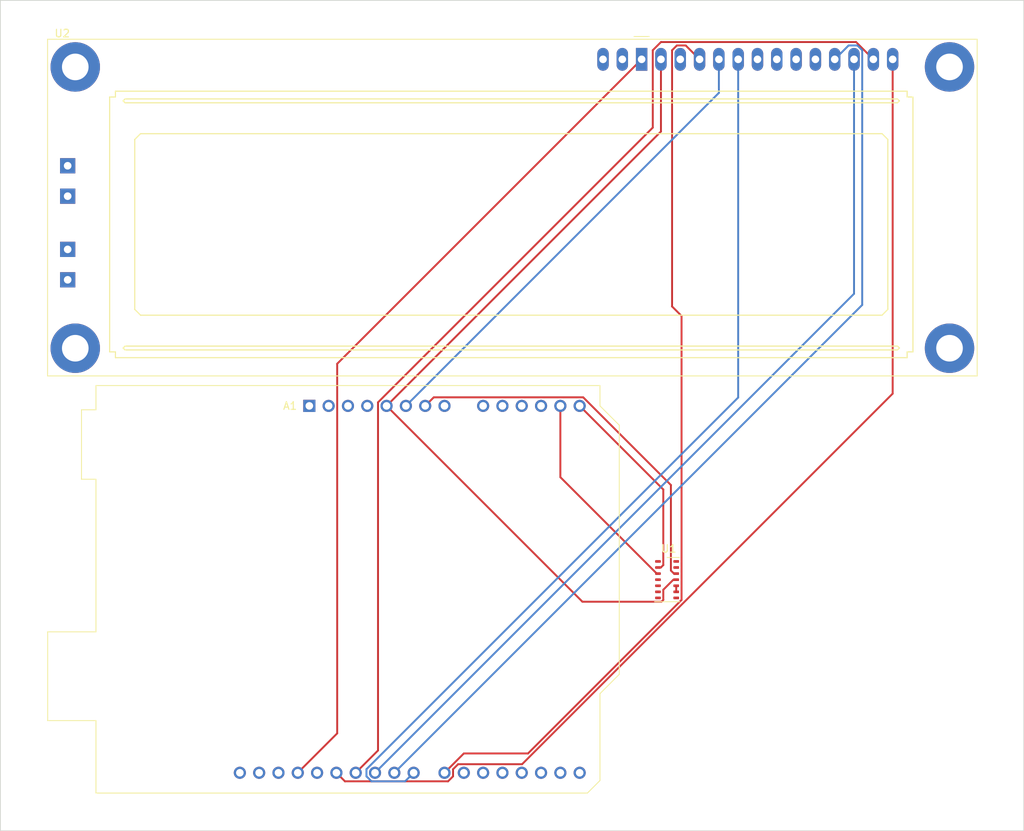
<source format=kicad_pcb>
(kicad_pcb (version 20221018) (generator pcbnew)
  (layers (0 "F.Cu" signal) (31 "B.Cu" signal) (34 "B.Paste" user) (35 "F.Paste" user) (36 "B.SilkS" user "B.Silkscreen") (37 "F.SilkS" user "F.Silkscreen") (38 "B.Mask" user) (39 "F.Mask" user) (44 "Edge.Cuts" user))
  (net 0 "")
  (net 5 "Net-(A1-+5V)")
  (net 6 "Net-(U2-R{slash}~{W})")
  (net 7 "Net-(U1-GND)")
  (net 8 "+5V")
  (net 13 "Net-(U1-SDA)")
  (net 14 "Net-(U1-SCL)")
  (net 22 "Net-(A1-D7)")
  (net 23 "Net-(A1-D8)")
  (net 24 "Net-(A1-D9)")
  (net 25 "Net-(A1-D10)")
  (net 26 "Net-(A1-D11)")
  (net 27 "Net-(A1-D12)")
  (net 29 "Net-(U2-VSS)")
  (net 39 "unconnected-(U1-VLED+-Pad10)")
  (footprint "OptoDevice:Maxim_OLGA-14_3.3x5.6mm_P0.8mm" (layer "F.Cu") (at 163.9 99.06)
    (fp_text reference "U1" (at 0.22 -4.07) (layer "F.SilkS"))
    (fp_text value "MAX30102")
    (fp_line (start 0 -2.92) (end 1.64 -2.92) (stroke (width 0.12)) (layer "F.SilkS"))
    (fp_line (start 1.66 2.9) (end -1.65 2.9) (stroke (width 0.12)) (layer "F.SilkS"))
    (pad "1" smd roundrect (at -1.2 -2.4) (size 0.75 0.35) (layers "F.Cu" "F.Paste" "F.Mask"))
    (pad "2" smd roundrect (at -1.2 -1.6) (size 0.75 0.35) (layers "F.Cu" "F.Paste" "F.Mask") (net 14 "Net-(U1-SCL)"))
    (pad "3" smd roundrect (at -1.2 -0.8) (size 0.75 0.35) (layers "F.Cu" "F.Paste" "F.Mask") (net 13 "Net-(U1-SDA)"))
    (pad "4" smd roundrect (at -1.2 0) (size 0.75 0.35) (layers "F.Cu" "F.Paste" "F.Mask"))
    (pad "5" smd roundrect (at -1.2 0.8) (size 0.75 0.35) (layers "F.Cu" "F.Paste" "F.Mask"))
    (pad "6" smd roundrect (at -1.2 1.6) (size 0.75 0.35) (layers "F.Cu" "F.Paste" "F.Mask"))
    (pad "7" smd roundrect (at -1.2 2.4) (size 0.75 0.35) (layers "F.Cu" "F.Paste" "F.Mask"))
    (pad "8" smd roundrect (at 1.2 2.4) (size 0.75 0.35) (layers "F.Cu" "F.Paste" "F.Mask"))
    (pad "9" smd roundrect (at 1.2 1.6) (size 0.75 0.35) (layers "F.Cu" "F.Paste" "F.Mask") (net 39 "unconnected-(U1-VLED+-Pad10)"))
    (pad "10" smd roundrect (at 1.2 0.8) (size 0.75 0.35) (layers "F.Cu" "F.Paste" "F.Mask") (net 39 "unconnected-(U1-VLED+-Pad10)"))
    (pad "11" smd roundrect (at 1.2 0) (size 0.75 0.35) (layers "F.Cu" "F.Paste" "F.Mask") (net 5 "Net-(A1-+5V)"))
    (pad "12" smd roundrect (at 1.2 -0.8) (size 0.75 0.35) (layers "F.Cu" "F.Paste" "F.Mask") (net 7 "Net-(U1-GND)"))
    (pad "13" smd roundrect (at 1.2 -1.6) (size 0.75 0.35) (layers "F.Cu" "F.Paste" "F.Mask"))
    (pad "14" smd roundrect (at 1.2 -2.4) (size 0.75 0.35) (layers "F.Cu" "F.Paste" "F.Mask"))
  )
  (footprint "Display:LCD-016N002L" (layer "F.Cu") (at 160.55 30.615)
    (fp_text reference "U2" (at -76.21 -3.41 180) (layer "F.SilkS"))
    (fp_text value "LCD-016N002L")
    (fp_line (start -78.14 -2.64) (end -78.14 41.64) (stroke (width 0.12)) (layer "F.SilkS"))
    (fp_line (start -78.14 41.64) (end 44.14 41.64) (stroke (width 0.12)) (layer "F.SilkS"))
    (fp_line (start -69.977 4.953) (end -69.977 38.481) (stroke (width 0.15)) (layer "F.SilkS"))
    (fp_line (start -69.215 4.191) (end -69.215 4.953) (stroke (width 0.15)) (layer "F.SilkS"))
    (fp_line (start -69.215 4.953) (end -69.977 4.953) (stroke (width 0.15)) (layer "F.SilkS"))
    (fp_line (start -69.215 38.481) (end -69.977 38.481) (stroke (width 0.15)) (layer "F.SilkS"))
    (fp_line (start -69.215 39.243) (end -69.215 38.481) (stroke (width 0.15)) (layer "F.SilkS"))
    (fp_line (start -69.215 39.243) (end 34.925 39.243) (stroke (width 0.15)) (layer "F.SilkS"))
    (fp_line (start -68.199 5.461) (end -67.945 5.715) (stroke (width 0.15)) (layer "F.SilkS"))
    (fp_line (start -68.199 37.973) (end -67.945 38.227) (stroke (width 0.15)) (layer "F.SilkS"))
    (fp_line (start -67.945 5.207) (end -68.199 5.461) (stroke (width 0.15)) (layer "F.SilkS"))
    (fp_line (start -67.945 5.715) (end 33.655 5.715) (stroke (width 0.15)) (layer "F.SilkS"))
    (fp_line (start -67.945 37.719) (end -68.199 37.973) (stroke (width 0.15)) (layer "F.SilkS"))
    (fp_line (start -67.945 38.227) (end 33.655 38.227) (stroke (width 0.15)) (layer "F.SilkS"))
    (fp_line (start -66.675 10.541) (end -65.913 9.779) (stroke (width 0.15)) (layer "F.SilkS"))
    (fp_line (start -66.675 32.893) (end -66.675 10.541) (stroke (width 0.15)) (layer "F.SilkS"))
    (fp_line (start -65.913 9.779) (end 31.623 9.779) (stroke (width 0.15)) (layer "F.SilkS"))
    (fp_line (start -65.913 33.655) (end -66.675 32.893) (stroke (width 0.15)) (layer "F.SilkS"))
    (fp_line (start -1 -3) (end 1 -3) (stroke (width 0.12)) (layer "F.SilkS"))
    (fp_line (start 31.623 9.779) (end 32.385 10.541) (stroke (width 0.15)) (layer "F.SilkS"))
    (fp_line (start 31.623 33.655) (end -65.913 33.655) (stroke (width 0.15)) (layer "F.SilkS"))
    (fp_line (start 32.385 10.541) (end 32.385 32.893) (stroke (width 0.15)) (layer "F.SilkS"))
    (fp_line (start 32.385 32.893) (end 31.623 33.655) (stroke (width 0.15)) (layer "F.SilkS"))
    (fp_line (start 33.655 5.207) (end -67.945 5.207) (stroke (width 0.15)) (layer "F.SilkS"))
    (fp_line (start 33.655 5.207) (end 33.909 5.461) (stroke (width 0.15)) (layer "F.SilkS"))
    (fp_line (start 33.655 37.719) (end -67.945 37.719) (stroke (width 0.15)) (layer "F.SilkS"))
    (fp_line (start 33.655 38.227) (end 33.909 37.973) (stroke (width 0.15)) (layer "F.SilkS"))
    (fp_line (start 33.909 5.461) (end 33.655 5.715) (stroke (width 0.15)) (layer "F.SilkS"))
    (fp_line (start 33.909 37.973) (end 33.655 37.719) (stroke (width 0.15)) (layer "F.SilkS"))
    (fp_line (start 34.925 4.191) (end -69.215 4.191) (stroke (width 0.15)) (layer "F.SilkS"))
    (fp_line (start 34.925 4.191) (end 34.925 4.953) (stroke (width 0.15)) (layer "F.SilkS"))
    (fp_line (start 34.925 4.953) (end 35.687 4.953) (stroke (width 0.15)) (layer "F.SilkS"))
    (fp_line (start 34.925 38.481) (end 34.925 39.243) (stroke (width 0.15)) (layer "F.SilkS"))
    (fp_line (start 35.687 38.481) (end 34.925 38.481) (stroke (width 0.15)) (layer "F.SilkS"))
    (fp_line (start 35.687 38.481) (end 35.687 4.953) (stroke (width 0.15)) (layer "F.SilkS"))
    (fp_line (start 44.14 -2.64) (end -78.14 -2.64) (stroke (width 0.12)) (layer "F.SilkS"))
    (fp_line (start 44.14 -2.64) (end 44.14 41.64) (stroke (width 0.12)) (layer "F.SilkS"))
    (pad "" thru_hole circle (at -74.5 1 180) (size 6.5 6.5) (drill 3.5) (layers "*.Cu" "*.Mask"))
    (pad "" thru_hole circle (at -74.5 38 180) (size 6.5 6.5) (drill 3.5) (layers "*.Cu" "*.Mask"))
    (pad "" thru_hole circle (at 40.5 1 180) (size 6.5 6.5) (drill 3.5) (layers "*.Cu" "*.Mask"))
    (pad "" thru_hole circle (at 40.5 38 180) (size 6.5 6.5) (drill 3.5) (layers "*.Cu" "*.Mask"))
    (pad "1" thru_hole rect (at 0 0 180) (size 1.5 3) (drill 1) (layers "*.Cu" "*.Mask") (net 29 "Net-(U2-VSS)"))
    (pad "2" thru_hole oval (at 2.54 0 180) (size 1.5 3) (drill 1) (layers "*.Cu" "*.Mask") (net 5 "Net-(A1-+5V)"))
    (pad "3" thru_hole oval (at 5.08 0 180) (size 1.5 3) (drill 1) (layers "*.Cu" "*.Mask"))
    (pad "4" thru_hole oval (at 7.62 0 180) (size 1.5 3) (drill 1) (layers "*.Cu" "*.Mask") (net 22 "Net-(A1-D7)"))
    (pad "5" thru_hole oval (at 10.16 0 180) (size 1.5 3) (drill 1) (layers "*.Cu" "*.Mask") (net 6 "Net-(U2-R{slash}~{W})"))
    (pad "6" thru_hole oval (at 12.7 0 180) (size 1.5 3) (drill 1) (layers "*.Cu" "*.Mask") (net 23 "Net-(A1-D8)"))
    (pad "7" thru_hole oval (at 15.24 0 180) (size 1.5 3) (drill 1) (layers "*.Cu" "*.Mask"))
    (pad "8" thru_hole oval (at 17.78 0 180) (size 1.5 3) (drill 1) (layers "*.Cu" "*.Mask"))
    (pad "9" thru_hole oval (at 20.32 0 180) (size 1.5 3) (drill 1) (layers "*.Cu" "*.Mask"))
    (pad "10" thru_hole oval (at 22.86 0 180) (size 1.5 3) (drill 1) (layers "*.Cu" "*.Mask"))
    (pad "11" thru_hole oval (at 25.4 0 180) (size 1.5 3) (drill 1) (layers "*.Cu" "*.Mask") (net 24 "Net-(A1-D9)"))
    (pad "12" thru_hole oval (at 27.94 0 180) (size 1.5 3) (drill 1) (layers "*.Cu" "*.Mask") (net 25 "Net-(A1-D10)"))
    (pad "13" thru_hole oval (at 30.48 0 180) (size 1.5 3) (drill 1) (layers "*.Cu" "*.Mask") (net 26 "Net-(A1-D11)"))
    (pad "14" thru_hole oval (at 33.02 0 180) (size 1.5 3) (drill 1) (layers "*.Cu" "*.Mask") (net 27 "Net-(A1-D12)"))
    (pad "15" thru_hole oval (at -2.54 0 180) (size 1.5 3) (drill 1) (layers "*.Cu" "*.Mask"))
    (pad "16" thru_hole oval (at -5.08 0 180) (size 1.5 3) (drill 1) (layers "*.Cu" "*.Mask"))
    (pad "A1" thru_hole rect (at -75.5 14 180) (size 2 2) (drill 1) (layers "*.Cu" "*.Mask"))
    (pad "A2" thru_hole rect (at -75.5 25 180) (size 2 2) (drill 1) (layers "*.Cu" "*.Mask"))
    (pad "K1" thru_hole rect (at -75.5 18 180) (size 2 2) (drill 1) (layers "*.Cu" "*.Mask"))
    (pad "K2" thru_hole rect (at -75.5 29 180) (size 2 2) (drill 1) (layers "*.Cu" "*.Mask"))
  )
  (footprint "Module:Arduino_UNO_R3" (layer "F.Cu") (at 116.84 76.2)
    (fp_text reference "A1" (at -2.54 0 180) (layer "F.SilkS"))
    (fp_text value "Arduino_UNO_R3")
    (fp_line (start -34.42 29.72) (end -34.42 41.4) (stroke (width 0.12)) (layer "F.SilkS"))
    (fp_line (start -34.42 41.4) (end -28.07 41.4) (stroke (width 0.12)) (layer "F.SilkS"))
    (fp_line (start -29.97 0.51) (end -29.97 9.65) (stroke (width 0.12)) (layer "F.SilkS"))
    (fp_line (start -29.97 9.65) (end -28.07 9.65) (stroke (width 0.12)) (layer "F.SilkS"))
    (fp_line (start -28.07 -2.67) (end -28.07 0.51) (stroke (width 0.12)) (layer "F.SilkS"))
    (fp_line (start -28.07 0.51) (end -29.97 0.51) (stroke (width 0.12)) (layer "F.SilkS"))
    (fp_line (start -28.07 9.65) (end -28.07 29.72) (stroke (width 0.12)) (layer "F.SilkS"))
    (fp_line (start -28.07 29.72) (end -34.42 29.72) (stroke (width 0.12)) (layer "F.SilkS"))
    (fp_line (start -28.07 41.4) (end -28.07 50.93) (stroke (width 0.12)) (layer "F.SilkS"))
    (fp_line (start -28.07 50.93) (end 36.58 50.93) (stroke (width 0.12)) (layer "F.SilkS"))
    (fp_line (start 36.58 50.93) (end 38.23 49.28) (stroke (width 0.12)) (layer "F.SilkS"))
    (fp_line (start 38.23 -2.67) (end -28.07 -2.67) (stroke (width 0.12)) (layer "F.SilkS"))
    (fp_line (start 38.23 0) (end 38.23 -2.67) (stroke (width 0.12)) (layer "F.SilkS"))
    (fp_line (start 38.23 37.85) (end 40.77 35.31) (stroke (width 0.12)) (layer "F.SilkS"))
    (fp_line (start 38.23 49.28) (end 38.23 37.85) (stroke (width 0.12)) (layer "F.SilkS"))
    (fp_line (start 40.77 2.54) (end 38.23 0) (stroke (width 0.12)) (layer "F.SilkS"))
    (fp_line (start 40.77 35.31) (end 40.77 2.54) (stroke (width 0.12)) (layer "F.SilkS"))
    (pad "1" thru_hole rect (at 0 0 90) (size 1.6 1.6) (drill 1) (layers "*.Cu" "*.Mask"))
    (pad "2" thru_hole oval (at 2.54 0 90) (size 1.6 1.6) (drill 1) (layers "*.Cu" "*.Mask"))
    (pad "3" thru_hole oval (at 5.08 0 90) (size 1.6 1.6) (drill 1) (layers "*.Cu" "*.Mask"))
    (pad "4" thru_hole oval (at 7.62 0 90) (size 1.6 1.6) (drill 1) (layers "*.Cu" "*.Mask"))
    (pad "5" thru_hole oval (at 10.16 0 90) (size 1.6 1.6) (drill 1) (layers "*.Cu" "*.Mask") (net 5 "Net-(A1-+5V)"))
    (pad "6" thru_hole oval (at 12.7 0 90) (size 1.6 1.6) (drill 1) (layers "*.Cu" "*.Mask") (net 6 "Net-(U2-R{slash}~{W})"))
    (pad "7" thru_hole oval (at 15.24 0 90) (size 1.6 1.6) (drill 1) (layers "*.Cu" "*.Mask") (net 7 "Net-(U1-GND)"))
    (pad "8" thru_hole oval (at 17.78 0 90) (size 1.6 1.6) (drill 1) (layers "*.Cu" "*.Mask") (net 8 "+5V"))
    (pad "9" thru_hole oval (at 22.86 0 90) (size 1.6 1.6) (drill 1) (layers "*.Cu" "*.Mask"))
    (pad "10" thru_hole oval (at 25.4 0 90) (size 1.6 1.6) (drill 1) (layers "*.Cu" "*.Mask"))
    (pad "11" thru_hole oval (at 27.94 0 90) (size 1.6 1.6) (drill 1) (layers "*.Cu" "*.Mask"))
    (pad "12" thru_hole oval (at 30.48 0 90) (size 1.6 1.6) (drill 1) (layers "*.Cu" "*.Mask"))
    (pad "13" thru_hole oval (at 33.02 0 90) (size 1.6 1.6) (drill 1) (layers "*.Cu" "*.Mask") (net 13 "Net-(U1-SDA)"))
    (pad "14" thru_hole oval (at 35.56 0 90) (size 1.6 1.6) (drill 1) (layers "*.Cu" "*.Mask") (net 14 "Net-(U1-SCL)"))
    (pad "15" thru_hole oval (at 35.56 48.26 90) (size 1.6 1.6) (drill 1) (layers "*.Cu" "*.Mask"))
    (pad "16" thru_hole oval (at 33.02 48.26 90) (size 1.6 1.6) (drill 1) (layers "*.Cu" "*.Mask"))
    (pad "17" thru_hole oval (at 30.48 48.26 90) (size 1.6 1.6) (drill 1) (layers "*.Cu" "*.Mask"))
    (pad "18" thru_hole oval (at 27.94 48.26 90) (size 1.6 1.6) (drill 1) (layers "*.Cu" "*.Mask"))
    (pad "19" thru_hole oval (at 25.4 48.26 90) (size 1.6 1.6) (drill 1) (layers "*.Cu" "*.Mask"))
    (pad "20" thru_hole oval (at 22.86 48.26 90) (size 1.6 1.6) (drill 1) (layers "*.Cu" "*.Mask"))
    (pad "21" thru_hole oval (at 20.32 48.26 90) (size 1.6 1.6) (drill 1) (layers "*.Cu" "*.Mask"))
    (pad "22" thru_hole oval (at 17.78 48.26 90) (size 1.6 1.6) (drill 1) (layers "*.Cu" "*.Mask") (net 22 "Net-(A1-D7)"))
    (pad "23" thru_hole oval (at 13.72 48.26 90) (size 1.6 1.6) (drill 1) (layers "*.Cu" "*.Mask") (net 23 "Net-(A1-D8)"))
    (pad "24" thru_hole oval (at 11.18 48.26 90) (size 1.6 1.6) (drill 1) (layers "*.Cu" "*.Mask") (net 24 "Net-(A1-D9)"))
    (pad "25" thru_hole oval (at 8.64 48.26 90) (size 1.6 1.6) (drill 1) (layers "*.Cu" "*.Mask") (net 25 "Net-(A1-D10)"))
    (pad "26" thru_hole oval (at 6.1 48.26 90) (size 1.6 1.6) (drill 1) (layers "*.Cu" "*.Mask") (net 26 "Net-(A1-D11)"))
    (pad "27" thru_hole oval (at 3.56 48.26 90) (size 1.6 1.6) (drill 1) (layers "*.Cu" "*.Mask") (net 27 "Net-(A1-D12)"))
    (pad "28" thru_hole oval (at 1.02 48.26 90) (size 1.6 1.6) (drill 1) (layers "*.Cu" "*.Mask"))
    (pad "29" thru_hole oval (at -1.52 48.26 90) (size 1.6 1.6) (drill 1) (layers "*.Cu" "*.Mask") (net 29 "Net-(U2-VSS)"))
    (pad "30" thru_hole oval (at -4.06 48.26 90) (size 1.6 1.6) (drill 1) (layers "*.Cu" "*.Mask"))
    (pad "31" thru_hole oval (at -6.6 48.26 90) (size 1.6 1.6) (drill 1) (layers "*.Cu" "*.Mask"))
    (pad "32" thru_hole oval (at -9.14 48.26 90) (size 1.6 1.6) (drill 1) (layers "*.Cu" "*.Mask"))
  )
  (gr_rect (start 76.2 22.86) (end 210.82 132.08) (stroke (width 0.1)) (fill none) (layer "Edge.Cuts"))
  (segment (start 163.4 101.720788) (end 163.4 100.385001) (width 0.25) (layer "F.Cu") (net 5))
  (segment (start 127 76.2) (end 152.76 101.96) (width 0.25) (layer "F.Cu") (net 5))
  (segment (start 152.76 101.96) (end 163.160788 101.96) (width 0.25) (layer "F.Cu") (net 5))
  (segment (start 163.09 30.615) (end 163.09 40.11) (width 0.25) (layer "F.Cu") (net 5))
  (segment (start 164.725001 99.06) (end 165.1 99.06) (width 0.25) (layer "F.Cu") (net 5))
  (segment (start 163.160788 101.96) (end 163.4 101.720788) (width 0.25) (layer "F.Cu") (net 5))
  (segment (start 163.4 100.385001) (end 164.725001 99.06) (width 0.25) (layer "F.Cu") (net 5))
  (segment (start 163.09 40.11) (end 127 76.2) (width 0.25) (layer "F.Cu") (net 5))
  (segment (start 170.71 30.615) (end 170.71 35.03) (width 0.25) (layer "B.Cu") (net 6))
  (segment (start 170.71 35.03) (end 129.54 76.2) (width 0.25) (layer "B.Cu") (net 6))
  (segment (start 132.08 76.2) (end 133.205 75.075) (width 0.25) (layer "F.Cu") (net 7))
  (segment (start 164.4 86.609009) (end 164.4 97.86) (width 0.25) (layer "F.Cu") (net 7))
  (segment (start 133.205 75.075) (end 152.865991 75.075) (width 0.25) (layer "F.Cu") (net 7))
  (segment (start 164.4 97.86) (end 164.8 98.26) (width 0.25) (layer "F.Cu") (net 7))
  (segment (start 152.865991 75.075) (end 164.4 86.609009) (width 0.25) (layer "F.Cu") (net 7))
  (segment (start 164.8 98.26) (end 165.1 98.26) (width 0.25) (layer "F.Cu") (net 7))
  (segment (start 149.86 85.580788) (end 162.539212 98.26) (width 0.25) (layer "F.Cu") (net 13))
  (segment (start 162.539212 98.26) (end 162.7 98.26) (width 0.25) (layer "F.Cu") (net 13))
  (segment (start 149.86 76.2) (end 149.86 85.580788) (width 0.25) (layer "F.Cu") (net 13))
  (segment (start 163.4 87.2) (end 163.4 97.134999) (width 0.25) (layer "F.Cu") (net 14))
  (segment (start 163.074999 97.46) (end 162.7 97.46) (width 0.25) (layer "F.Cu") (net 14))
  (segment (start 163.4 97.134999) (end 163.074999 97.46) (width 0.25) (layer "F.Cu") (net 14))
  (segment (start 152.4 76.2) (end 163.4 87.2) (width 0.25) (layer "F.Cu") (net 14))
  (segment (start 145.600788 121.92) (end 137.16 121.92) (width 0.25) (layer "F.Cu") (net 22))
  (segment (start 164.555 63.122387) (end 165.8 64.367387) (width 0.25) (layer "F.Cu") (net 22))
  (segment (start 168.17 30.615) (end 166.345 28.79) (width 0.25) (layer "F.Cu") (net 22))
  (segment (start 137.16 121.92) (end 134.62 124.46) (width 0.25) (layer "F.Cu") (net 22))
  (segment (start 165.8 101.720788) (end 145.600788 121.92) (width 0.25) (layer "F.Cu") (net 22))
  (segment (start 165.18472 28.79) (end 164.555 29.41972) (width 0.25) (layer "F.Cu") (net 22))
  (segment (start 166.345 28.79) (end 165.18472 28.79) (width 0.25) (layer "F.Cu") (net 22))
  (segment (start 164.555 29.41972) (end 164.555 63.122387) (width 0.25) (layer "F.Cu") (net 22))
  (segment (start 165.8 64.367387) (end 165.8 101.720788) (width 0.25) (layer "F.Cu") (net 22))
  (segment (start 173.25 30.615) (end 173.25 75.099009) (width 0.25) (layer "B.Cu") (net 23))
  (segment (start 124.355 124.925991) (end 125.014009 125.585) (width 0.25) (layer "B.Cu") (net 23))
  (segment (start 124.355 123.994009) (end 124.355 124.925991) (width 0.25) (layer "B.Cu") (net 23))
  (segment (start 129.435 125.585) (end 130.56 124.46) (width 0.25) (layer "B.Cu") (net 23))
  (segment (start 125.014009 125.585) (end 129.435 125.585) (width 0.25) (layer "B.Cu") (net 23))
  (segment (start 173.25 75.099009) (end 124.355 123.994009) (width 0.25) (layer "B.Cu") (net 23))
  (segment (start 189.565 29.41972) (end 189.565 62.915) (width 0.25) (layer "B.Cu") (net 24))
  (segment (start 188.93528 28.79) (end 189.565 29.41972) (width 0.25) (layer "B.Cu") (net 24))
  (segment (start 189.565 62.915) (end 128.02 124.46) (width 0.25) (layer "B.Cu") (net 24))
  (segment (start 185.95 30.615) (end 187.775 28.79) (width 0.25) (layer "B.Cu") (net 24))
  (segment (start 187.775 28.79) (end 188.93528 28.79) (width 0.25) (layer "B.Cu") (net 24))
  (segment (start 188.49 61.45) (end 125.48 124.46) (width 0.25) (layer "B.Cu") (net 25))
  (segment (start 188.49 30.615) (end 188.49 61.45) (width 0.25) (layer "B.Cu") (net 25))
  (segment (start 188.755 28.34) (end 163.09472 28.34) (width 0.25) (layer "F.Cu") (net 26))
  (segment (start 125.875 75.734009) (end 125.875 121.525) (width 0.25) (layer "F.Cu") (net 26))
  (segment (start 162.015 29.41972) (end 162.015 39.594009) (width 0.25) (layer "F.Cu") (net 26))
  (segment (start 162.015 39.594009) (end 125.875 75.734009) (width 0.25) (layer "F.Cu") (net 26))
  (segment (start 163.09472 28.34) (end 162.015 29.41972) (width 0.25) (layer "F.Cu") (net 26))
  (segment (start 125.875 121.525) (end 122.94 124.46) (width 0.25) (layer "F.Cu") (net 26))
  (segment (start 191.03 30.615) (end 188.755 28.34) (width 0.25) (layer "F.Cu") (net 26))
  (segment (start 121.525 125.585) (end 120.4 124.46) (width 0.25) (layer "F.Cu") (net 27))
  (segment (start 193.57 74.587184) (end 144.822184 123.335) (width 0.25) (layer "F.Cu") (net 27))
  (segment (start 135.745 124.925991) (end 135.085991 125.585) (width 0.25) (layer "F.Cu") (net 27))
  (segment (start 136.404009 123.335) (end 135.745 123.994009) (width 0.25) (layer "F.Cu") (net 27))
  (segment (start 144.822184 123.335) (end 136.404009 123.335) (width 0.25) (layer "F.Cu") (net 27))
  (segment (start 193.57 30.615) (end 193.57 74.587184) (width 0.25) (layer "F.Cu") (net 27))
  (segment (start 135.745 123.994009) (end 135.745 124.925991) (width 0.25) (layer "F.Cu") (net 27))
  (segment (start 135.085991 125.585) (end 121.525 125.585) (width 0.25) (layer "F.Cu") (net 27))
  (segment (start 120.505 70.66) (end 120.505 119.275) (width 0.25) (layer "F.Cu") (net 29))
  (segment (start 160.55 30.615) (end 120.505 70.66) (width 0.25) (layer "F.Cu") (net 29))
  (segment (start 120.505 119.275) (end 115.32 124.46) (width 0.25) (layer "F.Cu") (net 29))
  (segment (start 165.1 99.86) (end 165.1 100.66) (width 0.25) (layer "F.Cu") (net 39))
)
</source>
